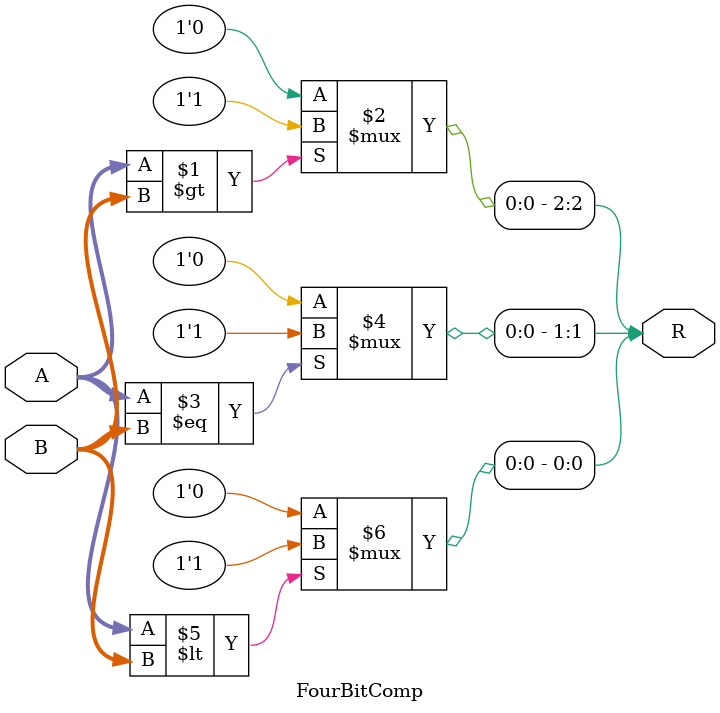
<source format=v>
/*************************************
*File: FullAdder.v
*Author: Basuil, Jesus Lorenzo C. 
*Class: CPE 3101L
*Course/Schedule: Group 3 Fri 7:30AM-10:30AM
*Description: Main Module File 4-Bit Comparator
*************************************/

module FourBitComp(
	input [3:0] A,B,
	output [2:0] R
);

	assign R[2] = (A > B) ? 1'b1: 1'b0;
	assign R[1] = (A == B) ? 1'b1: 1'b0;
	assign R[0] = (A < B) ? 1'b1:1'b0;
	

endmodule

</source>
